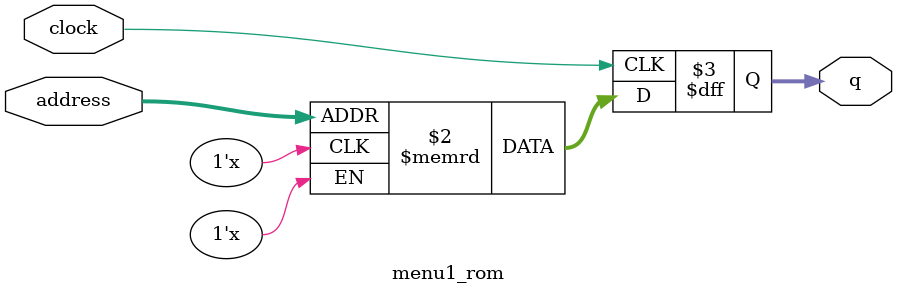
<source format=sv>
module menu1_rom (
	input logic clock,
	input logic [14:0] address,
	output logic [1:0] q
);

logic [1:0] memory [0:19199] /* synthesis ram_init_file = "./menu1/menu1.mif" */;

always_ff @ (posedge clock) begin
	q <= memory[address];
end

endmodule

</source>
